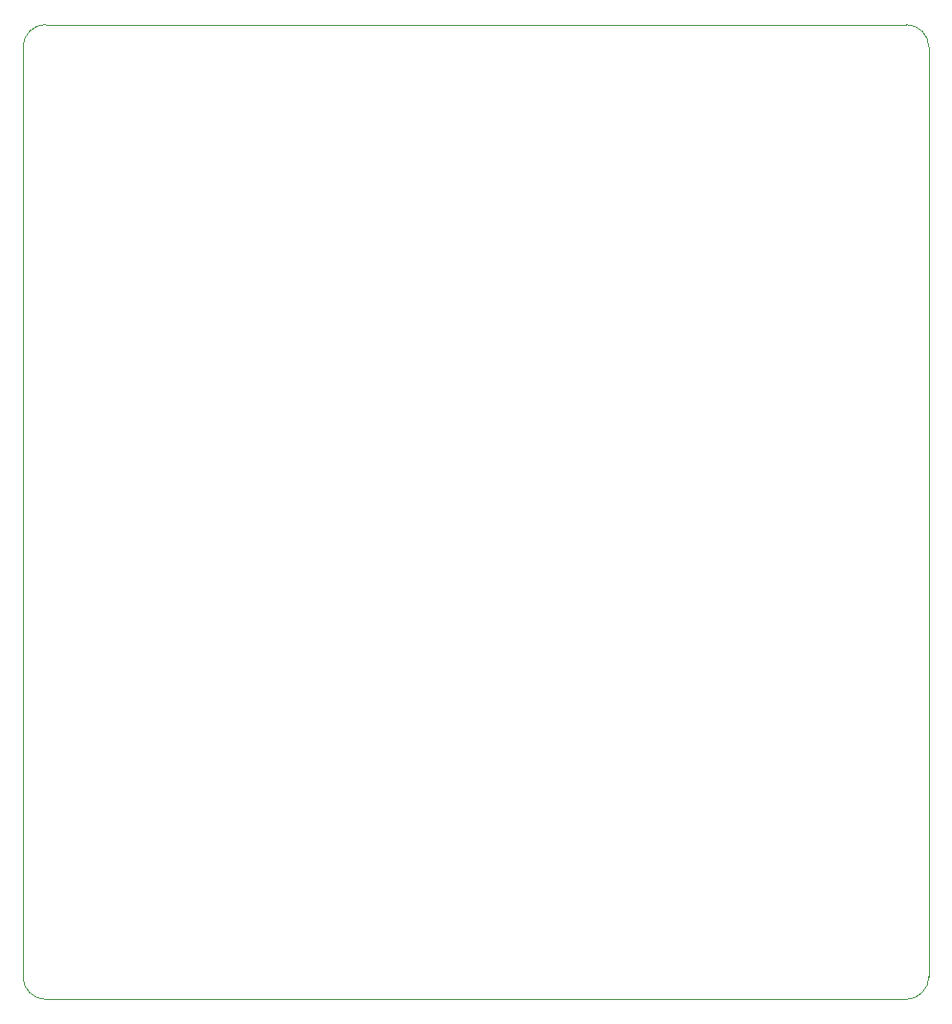
<source format=gm1>
G04 #@! TF.GenerationSoftware,KiCad,Pcbnew,(6.0.7)*
G04 #@! TF.CreationDate,2022-12-27T15:36:50+11:00*
G04 #@! TF.ProjectId,esp32_esc,65737033-325f-4657-9363-2e6b69636164,rev?*
G04 #@! TF.SameCoordinates,Original*
G04 #@! TF.FileFunction,Profile,NP*
%FSLAX46Y46*%
G04 Gerber Fmt 4.6, Leading zero omitted, Abs format (unit mm)*
G04 Created by KiCad (PCBNEW (6.0.7)) date 2022-12-27 15:36:50*
%MOMM*%
%LPD*%
G01*
G04 APERTURE LIST*
G04 #@! TA.AperFunction,Profile*
%ADD10C,0.050000*%
G04 #@! TD*
G04 APERTURE END LIST*
D10*
X42000000Y-34000000D02*
G75*
G03*
X40000000Y-36000000I0J-2000000D01*
G01*
X42000000Y-120000000D02*
X118000000Y-120000000D01*
X118000000Y-120000000D02*
G75*
G03*
X120000000Y-118000000I0J2000000D01*
G01*
X120000000Y-118000000D02*
X120000000Y-36000000D01*
X120000000Y-36000000D02*
G75*
G03*
X118000000Y-34000000I-2000000J0D01*
G01*
X40000000Y-118000000D02*
X40000000Y-36000000D01*
X118000000Y-34000000D02*
X42000000Y-34000000D01*
X40000000Y-118000000D02*
G75*
G03*
X42000000Y-120000000I2000000J0D01*
G01*
M02*

</source>
